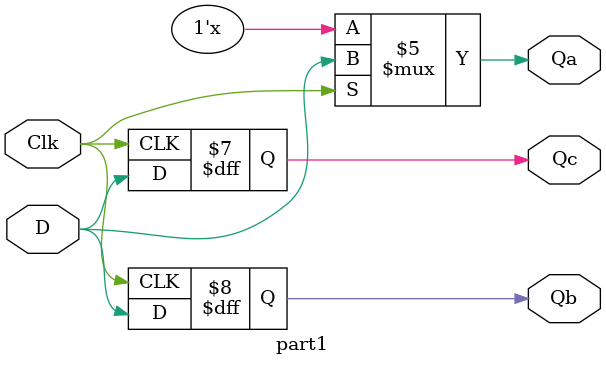
<source format=v>
module part1 (Clk, D, Qa, Qb, Qc);
	input Clk, D;
	output reg Qa, Qb, Qc;
	
	// gated D-latch
	always @( * )
		if (Clk == 1'b1)
			Qa <= D;
	
	// positive-edge triggered D FF
	always @(posedge Clk)
		Qb <= D;
	
	// negative-edge triggered D FF 
	always @(negedge Clk)
		Qc <= D;
endmodule
</source>
